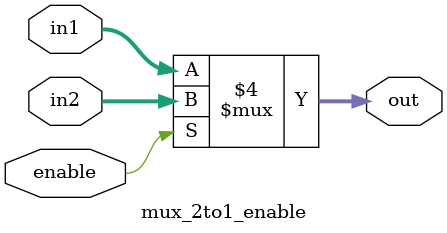
<source format=v>
module mux_2to1_enable (
  input enable,
  input [7:0] in1,
  input [7:0] in2,
  output reg [7:0] out
);

  always @(*) begin
    if (enable == 1'b0) begin
      out = in1;
    end else begin
      out = in2;
    end
  end

endmodule

</source>
